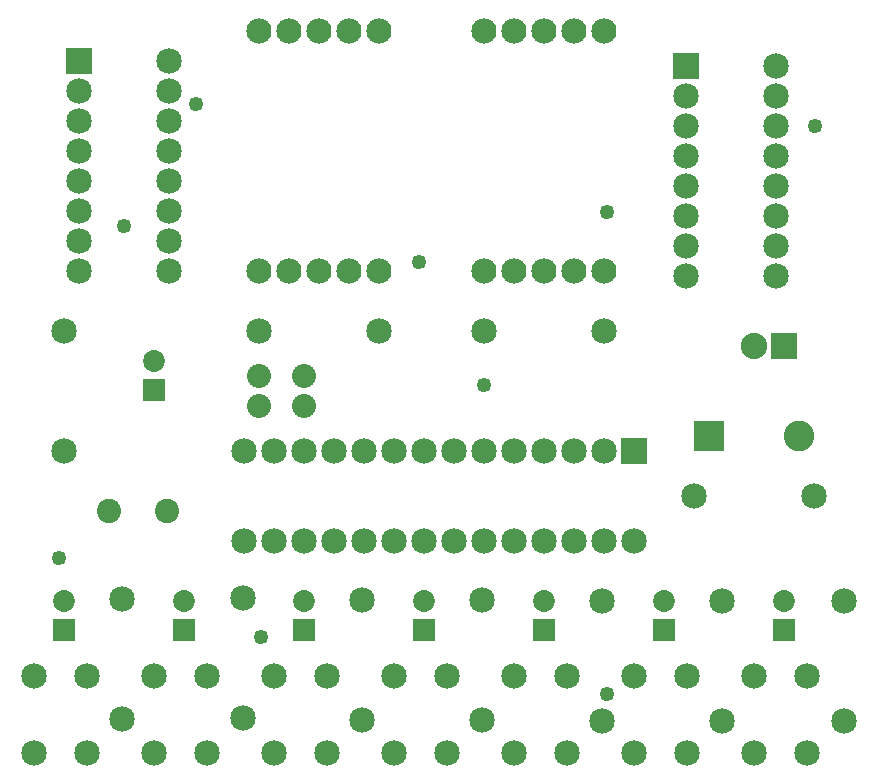
<source format=gts>
G04 MADE WITH FRITZING*
G04 WWW.FRITZING.ORG*
G04 DOUBLE SIDED*
G04 HOLES PLATED*
G04 CONTOUR ON CENTER OF CONTOUR VECTOR*
%ASAXBY*%
%FSLAX23Y23*%
%MOIN*%
%OFA0B0*%
%SFA1.0B1.0*%
%ADD10C,0.085000*%
%ADD11C,0.080925*%
%ADD12C,0.080866*%
%ADD13C,0.080000*%
%ADD14C,0.102000*%
%ADD15C,0.072992*%
%ADD16C,0.088000*%
%ADD17C,0.049370*%
%ADD18C,0.084000*%
%ADD19R,0.085000X0.085000*%
%ADD20R,0.102000X0.102000*%
%ADD21R,0.072992X0.072992*%
%ADD22R,0.088000X0.088000*%
%LNMASK1*%
G90*
G70*
G54D10*
X2166Y1321D03*
X2166Y1021D03*
X2066Y1321D03*
X2066Y1021D03*
X1966Y1321D03*
X1966Y1021D03*
X1866Y1321D03*
X1866Y1021D03*
X1766Y1321D03*
X1766Y1021D03*
X1666Y1321D03*
X1666Y1021D03*
X1566Y1321D03*
X1566Y1021D03*
X1466Y1321D03*
X1466Y1021D03*
X1366Y1321D03*
X1366Y1021D03*
X1266Y1321D03*
X1266Y1021D03*
X1166Y1321D03*
X1166Y1021D03*
X1066Y1321D03*
X1066Y1021D03*
X966Y1321D03*
X966Y1021D03*
X866Y1321D03*
X866Y1021D03*
G54D11*
X609Y1121D03*
G54D12*
X416Y1121D03*
G54D13*
X916Y1571D03*
X916Y1471D03*
X1066Y1571D03*
X1066Y1471D03*
G54D10*
X2366Y1171D03*
X2766Y1171D03*
G54D14*
X2416Y1371D03*
X2716Y1371D03*
G54D15*
X566Y1522D03*
X566Y1621D03*
G54D10*
X266Y1321D03*
X266Y1721D03*
G54D16*
X2666Y1671D03*
X2566Y1671D03*
G54D17*
X2076Y2117D03*
X1452Y1949D03*
X1668Y1541D03*
X924Y701D03*
X252Y965D03*
X468Y2069D03*
X2076Y509D03*
X2772Y2405D03*
X708Y2477D03*
G54D10*
X2340Y2603D03*
X2640Y2603D03*
X2340Y2503D03*
X2640Y2503D03*
X2340Y2403D03*
X2640Y2403D03*
X2340Y2303D03*
X2640Y2303D03*
X2340Y2203D03*
X2640Y2203D03*
X2340Y2103D03*
X2640Y2103D03*
X2340Y2003D03*
X2640Y2003D03*
X2340Y1903D03*
X2640Y1903D03*
X316Y2621D03*
X616Y2621D03*
X316Y2521D03*
X616Y2521D03*
X316Y2421D03*
X616Y2421D03*
X316Y2321D03*
X616Y2321D03*
X316Y2221D03*
X616Y2221D03*
X316Y2121D03*
X616Y2121D03*
X316Y2021D03*
X616Y2021D03*
X316Y1921D03*
X616Y1921D03*
G54D18*
X2066Y2721D03*
X1966Y2721D03*
X1866Y2721D03*
X1766Y2721D03*
X1666Y2721D03*
X1666Y1921D03*
X1766Y1921D03*
X1866Y1921D03*
X1966Y1921D03*
X2066Y1921D03*
X2066Y2721D03*
X1966Y2721D03*
X1866Y2721D03*
X1766Y2721D03*
X1666Y2721D03*
X1666Y1921D03*
X1766Y1921D03*
X1866Y1921D03*
X1966Y1921D03*
X2066Y1921D03*
X1316Y2721D03*
X1216Y2721D03*
X1116Y2721D03*
X1016Y2721D03*
X916Y2721D03*
X916Y1921D03*
X1016Y1921D03*
X1116Y1921D03*
X1216Y1921D03*
X1316Y1921D03*
X1316Y2721D03*
X1216Y2721D03*
X1116Y2721D03*
X1016Y2721D03*
X916Y2721D03*
X916Y1921D03*
X1016Y1921D03*
X1116Y1921D03*
X1216Y1921D03*
X1316Y1921D03*
G54D10*
X1666Y1721D03*
X2066Y1721D03*
X916Y1721D03*
X1316Y1721D03*
X2566Y315D03*
X2566Y571D03*
X2743Y315D03*
X2743Y571D03*
X2166Y315D03*
X2166Y571D03*
X2343Y315D03*
X2343Y571D03*
X1766Y315D03*
X1766Y571D03*
X1943Y315D03*
X1943Y571D03*
X1366Y315D03*
X1366Y571D03*
X1543Y315D03*
X1543Y571D03*
X966Y315D03*
X966Y571D03*
X1143Y315D03*
X1143Y571D03*
X566Y315D03*
X566Y571D03*
X743Y315D03*
X743Y571D03*
X166Y315D03*
X166Y571D03*
X343Y315D03*
X343Y571D03*
X2866Y821D03*
X2866Y421D03*
X2461Y819D03*
X2461Y419D03*
X2061Y819D03*
X2061Y419D03*
X1660Y824D03*
X1660Y424D03*
X1259Y824D03*
X1259Y424D03*
X864Y829D03*
X864Y429D03*
X461Y826D03*
X461Y426D03*
G54D15*
X2666Y722D03*
X2666Y821D03*
X2266Y722D03*
X2266Y821D03*
X1866Y722D03*
X1866Y821D03*
X1466Y722D03*
X1466Y821D03*
X1066Y722D03*
X1066Y821D03*
X666Y722D03*
X666Y821D03*
X266Y722D03*
X266Y821D03*
G54D19*
X2166Y1321D03*
G54D20*
X2416Y1371D03*
G54D21*
X566Y1522D03*
G54D22*
X2666Y1671D03*
G54D19*
X2340Y2603D03*
X316Y2621D03*
G54D21*
X2666Y722D03*
X2266Y722D03*
X1866Y722D03*
X1466Y722D03*
X1066Y722D03*
X666Y722D03*
X266Y722D03*
G04 End of Mask1*
M02*
</source>
